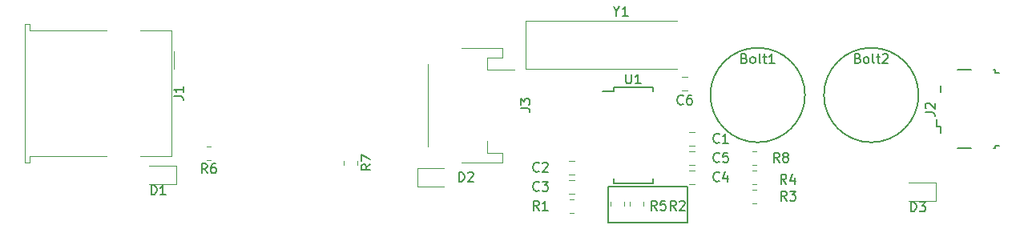
<source format=gbr>
%TF.GenerationSoftware,KiCad,Pcbnew,(6.0.7)*%
%TF.CreationDate,2022-09-11T17:15:05+08:00*%
%TF.ProjectId,Usb_ext,5573625f-6578-4742-9e6b-696361645f70,1.0*%
%TF.SameCoordinates,Original*%
%TF.FileFunction,Legend,Top*%
%TF.FilePolarity,Positive*%
%FSLAX46Y46*%
G04 Gerber Fmt 4.6, Leading zero omitted, Abs format (unit mm)*
G04 Created by KiCad (PCBNEW (6.0.7)) date 2022-09-11 17:15:05*
%MOMM*%
%LPD*%
G01*
G04 APERTURE LIST*
%ADD10C,0.150000*%
%ADD11C,0.200000*%
%ADD12C,0.120000*%
G04 APERTURE END LIST*
D10*
X97663000Y-60706000D02*
X106045000Y-60706000D01*
X106045000Y-60706000D02*
X106045000Y-64516000D01*
X106045000Y-64516000D02*
X97663000Y-64516000D01*
X97663000Y-64516000D02*
X97663000Y-60706000D01*
D11*
X130500000Y-51000000D02*
G75*
G03*
X130500000Y-51000000I-5000000J0D01*
G01*
X118500000Y-51000000D02*
G75*
G03*
X118500000Y-51000000I-5000000J0D01*
G01*
D10*
%TO.C,D3*%
X129690904Y-63316380D02*
X129690904Y-62316380D01*
X129929000Y-62316380D01*
X130071857Y-62364000D01*
X130167095Y-62459238D01*
X130214714Y-62554476D01*
X130262333Y-62744952D01*
X130262333Y-62887809D01*
X130214714Y-63078285D01*
X130167095Y-63173523D01*
X130071857Y-63268761D01*
X129929000Y-63316380D01*
X129690904Y-63316380D01*
X130595666Y-62316380D02*
X131214714Y-62316380D01*
X130881380Y-62697333D01*
X131024238Y-62697333D01*
X131119476Y-62744952D01*
X131167095Y-62792571D01*
X131214714Y-62887809D01*
X131214714Y-63125904D01*
X131167095Y-63221142D01*
X131119476Y-63268761D01*
X131024238Y-63316380D01*
X130738523Y-63316380D01*
X130643285Y-63268761D01*
X130595666Y-63221142D01*
%TO.C,C5*%
X109434333Y-58015142D02*
X109386714Y-58062761D01*
X109243857Y-58110380D01*
X109148619Y-58110380D01*
X109005761Y-58062761D01*
X108910523Y-57967523D01*
X108862904Y-57872285D01*
X108815285Y-57681809D01*
X108815285Y-57538952D01*
X108862904Y-57348476D01*
X108910523Y-57253238D01*
X109005761Y-57158000D01*
X109148619Y-57110380D01*
X109243857Y-57110380D01*
X109386714Y-57158000D01*
X109434333Y-57205619D01*
X110339095Y-57110380D02*
X109862904Y-57110380D01*
X109815285Y-57586571D01*
X109862904Y-57538952D01*
X109958142Y-57491333D01*
X110196238Y-57491333D01*
X110291476Y-57538952D01*
X110339095Y-57586571D01*
X110386714Y-57681809D01*
X110386714Y-57919904D01*
X110339095Y-58015142D01*
X110291476Y-58062761D01*
X110196238Y-58110380D01*
X109958142Y-58110380D01*
X109862904Y-58062761D01*
X109815285Y-58015142D01*
%TO.C,R4*%
X116530333Y-60396380D02*
X116197000Y-59920190D01*
X115958904Y-60396380D02*
X115958904Y-59396380D01*
X116339857Y-59396380D01*
X116435095Y-59444000D01*
X116482714Y-59491619D01*
X116530333Y-59586857D01*
X116530333Y-59729714D01*
X116482714Y-59824952D01*
X116435095Y-59872571D01*
X116339857Y-59920190D01*
X115958904Y-59920190D01*
X117387476Y-59729714D02*
X117387476Y-60396380D01*
X117149380Y-59348761D02*
X116911285Y-60063047D01*
X117530333Y-60063047D01*
%TO.C,D1*%
X49426904Y-61538380D02*
X49426904Y-60538380D01*
X49665000Y-60538380D01*
X49807857Y-60586000D01*
X49903095Y-60681238D01*
X49950714Y-60776476D01*
X49998333Y-60966952D01*
X49998333Y-61109809D01*
X49950714Y-61300285D01*
X49903095Y-61395523D01*
X49807857Y-61490761D01*
X49665000Y-61538380D01*
X49426904Y-61538380D01*
X50950714Y-61538380D02*
X50379285Y-61538380D01*
X50665000Y-61538380D02*
X50665000Y-60538380D01*
X50569761Y-60681238D01*
X50474523Y-60776476D01*
X50379285Y-60824095D01*
%TO.C,R3*%
X116546333Y-62174380D02*
X116213000Y-61698190D01*
X115974904Y-62174380D02*
X115974904Y-61174380D01*
X116355857Y-61174380D01*
X116451095Y-61222000D01*
X116498714Y-61269619D01*
X116546333Y-61364857D01*
X116546333Y-61507714D01*
X116498714Y-61602952D01*
X116451095Y-61650571D01*
X116355857Y-61698190D01*
X115974904Y-61698190D01*
X116879666Y-61174380D02*
X117498714Y-61174380D01*
X117165380Y-61555333D01*
X117308238Y-61555333D01*
X117403476Y-61602952D01*
X117451095Y-61650571D01*
X117498714Y-61745809D01*
X117498714Y-61983904D01*
X117451095Y-62079142D01*
X117403476Y-62126761D01*
X117308238Y-62174380D01*
X117022523Y-62174380D01*
X116927285Y-62126761D01*
X116879666Y-62079142D01*
%TO.C,R5*%
X102830333Y-63190380D02*
X102497000Y-62714190D01*
X102258904Y-63190380D02*
X102258904Y-62190380D01*
X102639857Y-62190380D01*
X102735095Y-62238000D01*
X102782714Y-62285619D01*
X102830333Y-62380857D01*
X102830333Y-62523714D01*
X102782714Y-62618952D01*
X102735095Y-62666571D01*
X102639857Y-62714190D01*
X102258904Y-62714190D01*
X103735095Y-62190380D02*
X103258904Y-62190380D01*
X103211285Y-62666571D01*
X103258904Y-62618952D01*
X103354142Y-62571333D01*
X103592238Y-62571333D01*
X103687476Y-62618952D01*
X103735095Y-62666571D01*
X103782714Y-62761809D01*
X103782714Y-62999904D01*
X103735095Y-63095142D01*
X103687476Y-63142761D01*
X103592238Y-63190380D01*
X103354142Y-63190380D01*
X103258904Y-63142761D01*
X103211285Y-63095142D01*
%TO.C,R8*%
X115784333Y-58110380D02*
X115451000Y-57634190D01*
X115212904Y-58110380D02*
X115212904Y-57110380D01*
X115593857Y-57110380D01*
X115689095Y-57158000D01*
X115736714Y-57205619D01*
X115784333Y-57300857D01*
X115784333Y-57443714D01*
X115736714Y-57538952D01*
X115689095Y-57586571D01*
X115593857Y-57634190D01*
X115212904Y-57634190D01*
X116355761Y-57538952D02*
X116260523Y-57491333D01*
X116212904Y-57443714D01*
X116165285Y-57348476D01*
X116165285Y-57300857D01*
X116212904Y-57205619D01*
X116260523Y-57158000D01*
X116355761Y-57110380D01*
X116546238Y-57110380D01*
X116641476Y-57158000D01*
X116689095Y-57205619D01*
X116736714Y-57300857D01*
X116736714Y-57348476D01*
X116689095Y-57443714D01*
X116641476Y-57491333D01*
X116546238Y-57538952D01*
X116355761Y-57538952D01*
X116260523Y-57586571D01*
X116212904Y-57634190D01*
X116165285Y-57729428D01*
X116165285Y-57919904D01*
X116212904Y-58015142D01*
X116260523Y-58062761D01*
X116355761Y-58110380D01*
X116546238Y-58110380D01*
X116641476Y-58062761D01*
X116689095Y-58015142D01*
X116736714Y-57919904D01*
X116736714Y-57729428D01*
X116689095Y-57634190D01*
X116641476Y-57586571D01*
X116546238Y-57538952D01*
%TO.C,C3*%
X90384333Y-61063142D02*
X90336714Y-61110761D01*
X90193857Y-61158380D01*
X90098619Y-61158380D01*
X89955761Y-61110761D01*
X89860523Y-61015523D01*
X89812904Y-60920285D01*
X89765285Y-60729809D01*
X89765285Y-60586952D01*
X89812904Y-60396476D01*
X89860523Y-60301238D01*
X89955761Y-60206000D01*
X90098619Y-60158380D01*
X90193857Y-60158380D01*
X90336714Y-60206000D01*
X90384333Y-60253619D01*
X90717666Y-60158380D02*
X91336714Y-60158380D01*
X91003380Y-60539333D01*
X91146238Y-60539333D01*
X91241476Y-60586952D01*
X91289095Y-60634571D01*
X91336714Y-60729809D01*
X91336714Y-60967904D01*
X91289095Y-61063142D01*
X91241476Y-61110761D01*
X91146238Y-61158380D01*
X90860523Y-61158380D01*
X90765285Y-61110761D01*
X90717666Y-61063142D01*
%TO.C,J1*%
X51817380Y-51133333D02*
X52531666Y-51133333D01*
X52674523Y-51180952D01*
X52769761Y-51276190D01*
X52817380Y-51419047D01*
X52817380Y-51514285D01*
X52817380Y-50133333D02*
X52817380Y-50704761D01*
X52817380Y-50419047D02*
X51817380Y-50419047D01*
X51960238Y-50514285D01*
X52055476Y-50609523D01*
X52103095Y-50704761D01*
%TO.C,C1*%
X109434333Y-55983142D02*
X109386714Y-56030761D01*
X109243857Y-56078380D01*
X109148619Y-56078380D01*
X109005761Y-56030761D01*
X108910523Y-55935523D01*
X108862904Y-55840285D01*
X108815285Y-55649809D01*
X108815285Y-55506952D01*
X108862904Y-55316476D01*
X108910523Y-55221238D01*
X109005761Y-55126000D01*
X109148619Y-55078380D01*
X109243857Y-55078380D01*
X109386714Y-55126000D01*
X109434333Y-55173619D01*
X110386714Y-56078380D02*
X109815285Y-56078380D01*
X110101000Y-56078380D02*
X110101000Y-55078380D01*
X110005761Y-55221238D01*
X109910523Y-55316476D01*
X109815285Y-55364095D01*
%TO.C,C6*%
X105624333Y-51919142D02*
X105576714Y-51966761D01*
X105433857Y-52014380D01*
X105338619Y-52014380D01*
X105195761Y-51966761D01*
X105100523Y-51871523D01*
X105052904Y-51776285D01*
X105005285Y-51585809D01*
X105005285Y-51442952D01*
X105052904Y-51252476D01*
X105100523Y-51157238D01*
X105195761Y-51062000D01*
X105338619Y-51014380D01*
X105433857Y-51014380D01*
X105576714Y-51062000D01*
X105624333Y-51109619D01*
X106481476Y-51014380D02*
X106291000Y-51014380D01*
X106195761Y-51062000D01*
X106148142Y-51109619D01*
X106052904Y-51252476D01*
X106005285Y-51442952D01*
X106005285Y-51823904D01*
X106052904Y-51919142D01*
X106100523Y-51966761D01*
X106195761Y-52014380D01*
X106386238Y-52014380D01*
X106481476Y-51966761D01*
X106529095Y-51919142D01*
X106576714Y-51823904D01*
X106576714Y-51585809D01*
X106529095Y-51490571D01*
X106481476Y-51442952D01*
X106386238Y-51395333D01*
X106195761Y-51395333D01*
X106100523Y-51442952D01*
X106052904Y-51490571D01*
X106005285Y-51585809D01*
%TO.C,R1*%
X90384333Y-63190380D02*
X90051000Y-62714190D01*
X89812904Y-63190380D02*
X89812904Y-62190380D01*
X90193857Y-62190380D01*
X90289095Y-62238000D01*
X90336714Y-62285619D01*
X90384333Y-62380857D01*
X90384333Y-62523714D01*
X90336714Y-62618952D01*
X90289095Y-62666571D01*
X90193857Y-62714190D01*
X89812904Y-62714190D01*
X91336714Y-63190380D02*
X90765285Y-63190380D01*
X91051000Y-63190380D02*
X91051000Y-62190380D01*
X90955761Y-62333238D01*
X90860523Y-62428476D01*
X90765285Y-62476095D01*
%TO.C,Bolt2*%
X124095238Y-47118571D02*
X124238095Y-47166190D01*
X124285714Y-47213809D01*
X124333333Y-47309047D01*
X124333333Y-47451904D01*
X124285714Y-47547142D01*
X124238095Y-47594761D01*
X124142857Y-47642380D01*
X123761904Y-47642380D01*
X123761904Y-46642380D01*
X124095238Y-46642380D01*
X124190476Y-46690000D01*
X124238095Y-46737619D01*
X124285714Y-46832857D01*
X124285714Y-46928095D01*
X124238095Y-47023333D01*
X124190476Y-47070952D01*
X124095238Y-47118571D01*
X123761904Y-47118571D01*
X124904761Y-47642380D02*
X124809523Y-47594761D01*
X124761904Y-47547142D01*
X124714285Y-47451904D01*
X124714285Y-47166190D01*
X124761904Y-47070952D01*
X124809523Y-47023333D01*
X124904761Y-46975714D01*
X125047619Y-46975714D01*
X125142857Y-47023333D01*
X125190476Y-47070952D01*
X125238095Y-47166190D01*
X125238095Y-47451904D01*
X125190476Y-47547142D01*
X125142857Y-47594761D01*
X125047619Y-47642380D01*
X124904761Y-47642380D01*
X125809523Y-47642380D02*
X125714285Y-47594761D01*
X125666666Y-47499523D01*
X125666666Y-46642380D01*
X126047619Y-46975714D02*
X126428571Y-46975714D01*
X126190476Y-46642380D02*
X126190476Y-47499523D01*
X126238095Y-47594761D01*
X126333333Y-47642380D01*
X126428571Y-47642380D01*
X126714285Y-46737619D02*
X126761904Y-46690000D01*
X126857142Y-46642380D01*
X127095238Y-46642380D01*
X127190476Y-46690000D01*
X127238095Y-46737619D01*
X127285714Y-46832857D01*
X127285714Y-46928095D01*
X127238095Y-47070952D01*
X126666666Y-47642380D01*
X127285714Y-47642380D01*
%TO.C,C4*%
X109434333Y-60047142D02*
X109386714Y-60094761D01*
X109243857Y-60142380D01*
X109148619Y-60142380D01*
X109005761Y-60094761D01*
X108910523Y-59999523D01*
X108862904Y-59904285D01*
X108815285Y-59713809D01*
X108815285Y-59570952D01*
X108862904Y-59380476D01*
X108910523Y-59285238D01*
X109005761Y-59190000D01*
X109148619Y-59142380D01*
X109243857Y-59142380D01*
X109386714Y-59190000D01*
X109434333Y-59237619D01*
X110291476Y-59475714D02*
X110291476Y-60142380D01*
X110053380Y-59094761D02*
X109815285Y-59809047D01*
X110434333Y-59809047D01*
%TO.C,R2*%
X104862333Y-63190380D02*
X104529000Y-62714190D01*
X104290904Y-63190380D02*
X104290904Y-62190380D01*
X104671857Y-62190380D01*
X104767095Y-62238000D01*
X104814714Y-62285619D01*
X104862333Y-62380857D01*
X104862333Y-62523714D01*
X104814714Y-62618952D01*
X104767095Y-62666571D01*
X104671857Y-62714190D01*
X104290904Y-62714190D01*
X105243285Y-62285619D02*
X105290904Y-62238000D01*
X105386142Y-62190380D01*
X105624238Y-62190380D01*
X105719476Y-62238000D01*
X105767095Y-62285619D01*
X105814714Y-62380857D01*
X105814714Y-62476095D01*
X105767095Y-62618952D01*
X105195666Y-63190380D01*
X105814714Y-63190380D01*
%TO.C,Y1*%
X98583809Y-42146190D02*
X98583809Y-42622380D01*
X98250476Y-41622380D02*
X98583809Y-42146190D01*
X98917142Y-41622380D01*
X99774285Y-42622380D02*
X99202857Y-42622380D01*
X99488571Y-42622380D02*
X99488571Y-41622380D01*
X99393333Y-41765238D01*
X99298095Y-41860476D01*
X99202857Y-41908095D01*
%TO.C,D2*%
X81938904Y-60142380D02*
X81938904Y-59142380D01*
X82177000Y-59142380D01*
X82319857Y-59190000D01*
X82415095Y-59285238D01*
X82462714Y-59380476D01*
X82510333Y-59570952D01*
X82510333Y-59713809D01*
X82462714Y-59904285D01*
X82415095Y-59999523D01*
X82319857Y-60094761D01*
X82177000Y-60142380D01*
X81938904Y-60142380D01*
X82891285Y-59237619D02*
X82938904Y-59190000D01*
X83034142Y-59142380D01*
X83272238Y-59142380D01*
X83367476Y-59190000D01*
X83415095Y-59237619D01*
X83462714Y-59332857D01*
X83462714Y-59428095D01*
X83415095Y-59570952D01*
X82843666Y-60142380D01*
X83462714Y-60142380D01*
%TO.C,R7*%
X72587380Y-58332666D02*
X72111190Y-58666000D01*
X72587380Y-58904095D02*
X71587380Y-58904095D01*
X71587380Y-58523142D01*
X71635000Y-58427904D01*
X71682619Y-58380285D01*
X71777857Y-58332666D01*
X71920714Y-58332666D01*
X72015952Y-58380285D01*
X72063571Y-58427904D01*
X72111190Y-58523142D01*
X72111190Y-58904095D01*
X71587380Y-57999333D02*
X71587380Y-57332666D01*
X72587380Y-57761238D01*
%TO.C,U1*%
X99568095Y-48797380D02*
X99568095Y-49606904D01*
X99615714Y-49702142D01*
X99663333Y-49749761D01*
X99758571Y-49797380D01*
X99949047Y-49797380D01*
X100044285Y-49749761D01*
X100091904Y-49702142D01*
X100139523Y-49606904D01*
X100139523Y-48797380D01*
X101139523Y-49797380D02*
X100568095Y-49797380D01*
X100853809Y-49797380D02*
X100853809Y-48797380D01*
X100758571Y-48940238D01*
X100663333Y-49035476D01*
X100568095Y-49083095D01*
%TO.C,J2*%
X131214380Y-52833333D02*
X131928666Y-52833333D01*
X132071523Y-52880952D01*
X132166761Y-52976190D01*
X132214380Y-53119047D01*
X132214380Y-53214285D01*
X131309619Y-52404761D02*
X131262000Y-52357142D01*
X131214380Y-52261904D01*
X131214380Y-52023809D01*
X131262000Y-51928571D01*
X131309619Y-51880952D01*
X131404857Y-51833333D01*
X131500095Y-51833333D01*
X131642952Y-51880952D01*
X132214380Y-52452380D01*
X132214380Y-51833333D01*
%TO.C,Bolt1*%
X112095238Y-47118571D02*
X112238095Y-47166190D01*
X112285714Y-47213809D01*
X112333333Y-47309047D01*
X112333333Y-47451904D01*
X112285714Y-47547142D01*
X112238095Y-47594761D01*
X112142857Y-47642380D01*
X111761904Y-47642380D01*
X111761904Y-46642380D01*
X112095238Y-46642380D01*
X112190476Y-46690000D01*
X112238095Y-46737619D01*
X112285714Y-46832857D01*
X112285714Y-46928095D01*
X112238095Y-47023333D01*
X112190476Y-47070952D01*
X112095238Y-47118571D01*
X111761904Y-47118571D01*
X112904761Y-47642380D02*
X112809523Y-47594761D01*
X112761904Y-47547142D01*
X112714285Y-47451904D01*
X112714285Y-47166190D01*
X112761904Y-47070952D01*
X112809523Y-47023333D01*
X112904761Y-46975714D01*
X113047619Y-46975714D01*
X113142857Y-47023333D01*
X113190476Y-47070952D01*
X113238095Y-47166190D01*
X113238095Y-47451904D01*
X113190476Y-47547142D01*
X113142857Y-47594761D01*
X113047619Y-47642380D01*
X112904761Y-47642380D01*
X113809523Y-47642380D02*
X113714285Y-47594761D01*
X113666666Y-47499523D01*
X113666666Y-46642380D01*
X114047619Y-46975714D02*
X114428571Y-46975714D01*
X114190476Y-46642380D02*
X114190476Y-47499523D01*
X114238095Y-47594761D01*
X114333333Y-47642380D01*
X114428571Y-47642380D01*
X115285714Y-47642380D02*
X114714285Y-47642380D01*
X115000000Y-47642380D02*
X115000000Y-46642380D01*
X114904761Y-46785238D01*
X114809523Y-46880476D01*
X114714285Y-46928095D01*
%TO.C,R6*%
X55332333Y-59252380D02*
X54999000Y-58776190D01*
X54760904Y-59252380D02*
X54760904Y-58252380D01*
X55141857Y-58252380D01*
X55237095Y-58300000D01*
X55284714Y-58347619D01*
X55332333Y-58442857D01*
X55332333Y-58585714D01*
X55284714Y-58680952D01*
X55237095Y-58728571D01*
X55141857Y-58776190D01*
X54760904Y-58776190D01*
X56189476Y-58252380D02*
X55999000Y-58252380D01*
X55903761Y-58300000D01*
X55856142Y-58347619D01*
X55760904Y-58490476D01*
X55713285Y-58680952D01*
X55713285Y-59061904D01*
X55760904Y-59157142D01*
X55808523Y-59204761D01*
X55903761Y-59252380D01*
X56094238Y-59252380D01*
X56189476Y-59204761D01*
X56237095Y-59157142D01*
X56284714Y-59061904D01*
X56284714Y-58823809D01*
X56237095Y-58728571D01*
X56189476Y-58680952D01*
X56094238Y-58633333D01*
X55903761Y-58633333D01*
X55808523Y-58680952D01*
X55760904Y-58728571D01*
X55713285Y-58823809D01*
%TO.C,C2*%
X90384333Y-59031142D02*
X90336714Y-59078761D01*
X90193857Y-59126380D01*
X90098619Y-59126380D01*
X89955761Y-59078761D01*
X89860523Y-58983523D01*
X89812904Y-58888285D01*
X89765285Y-58697809D01*
X89765285Y-58554952D01*
X89812904Y-58364476D01*
X89860523Y-58269238D01*
X89955761Y-58174000D01*
X90098619Y-58126380D01*
X90193857Y-58126380D01*
X90336714Y-58174000D01*
X90384333Y-58221619D01*
X90765285Y-58221619D02*
X90812904Y-58174000D01*
X90908142Y-58126380D01*
X91146238Y-58126380D01*
X91241476Y-58174000D01*
X91289095Y-58221619D01*
X91336714Y-58316857D01*
X91336714Y-58412095D01*
X91289095Y-58554952D01*
X90717666Y-59126380D01*
X91336714Y-59126380D01*
%TO.C,J3*%
X88437380Y-52403333D02*
X89151666Y-52403333D01*
X89294523Y-52450952D01*
X89389761Y-52546190D01*
X89437380Y-52689047D01*
X89437380Y-52784285D01*
X88437380Y-52022380D02*
X88437380Y-51403333D01*
X88818333Y-51736666D01*
X88818333Y-51593809D01*
X88865952Y-51498571D01*
X88913571Y-51450952D01*
X89008809Y-51403333D01*
X89246904Y-51403333D01*
X89342142Y-51450952D01*
X89389761Y-51498571D01*
X89437380Y-51593809D01*
X89437380Y-51879523D01*
X89389761Y-51974761D01*
X89342142Y-52022380D01*
D12*
%TO.C,D3*%
X129429000Y-62174000D02*
X132289000Y-62174000D01*
X132289000Y-62174000D02*
X132289000Y-60254000D01*
X132289000Y-60254000D02*
X129429000Y-60254000D01*
%TO.C,C5*%
X106814252Y-58393000D02*
X106291748Y-58393000D01*
X106814252Y-56923000D02*
X106291748Y-56923000D01*
%TO.C,R4*%
X113384064Y-60425000D02*
X112929936Y-60425000D01*
X113384064Y-58955000D02*
X112929936Y-58955000D01*
%TO.C,D1*%
X52025000Y-58476000D02*
X49165000Y-58476000D01*
X52025000Y-60396000D02*
X52025000Y-58476000D01*
X49165000Y-60396000D02*
X52025000Y-60396000D01*
%TO.C,R3*%
X112929936Y-62457000D02*
X113384064Y-62457000D01*
X112929936Y-60987000D02*
X113384064Y-60987000D01*
%TO.C,R5*%
X99414000Y-62711064D02*
X99414000Y-62256936D01*
X97944000Y-62711064D02*
X97944000Y-62256936D01*
%TO.C,R8*%
X112929936Y-56923000D02*
X113384064Y-56923000D01*
X112929936Y-58393000D02*
X113384064Y-58393000D01*
%TO.C,C3*%
X93591748Y-61441000D02*
X94114252Y-61441000D01*
X93591748Y-59971000D02*
X94114252Y-59971000D01*
%TO.C,J1*%
X51555000Y-44140000D02*
X51555000Y-57460000D01*
X44705000Y-57460000D02*
X36595000Y-57460000D01*
X51555000Y-44140000D02*
X48225000Y-44140000D01*
X51775000Y-46400000D02*
X51775000Y-48200000D01*
X36075000Y-43490000D02*
X36075000Y-58110000D01*
X36595000Y-58110000D02*
X36595000Y-57460000D01*
X36595000Y-44140000D02*
X36595000Y-43490000D01*
X36595000Y-43490000D02*
X36075000Y-43490000D01*
X51555000Y-57460000D02*
X48225000Y-57460000D01*
X36075000Y-58110000D02*
X36595000Y-58110000D01*
X36595000Y-44140000D02*
X44705000Y-44140000D01*
%TO.C,C1*%
X106814252Y-56361000D02*
X106291748Y-56361000D01*
X106814252Y-54891000D02*
X106291748Y-54891000D01*
%TO.C,C6*%
X105529748Y-50519000D02*
X106052252Y-50519000D01*
X105529748Y-49049000D02*
X106052252Y-49049000D01*
%TO.C,R1*%
X94080064Y-63473000D02*
X93625936Y-63473000D01*
X94080064Y-62003000D02*
X93625936Y-62003000D01*
%TO.C,C4*%
X106291748Y-60425000D02*
X106814252Y-60425000D01*
X106291748Y-58955000D02*
X106814252Y-58955000D01*
%TO.C,R2*%
X101446000Y-62711064D02*
X101446000Y-62256936D01*
X99976000Y-62711064D02*
X99976000Y-62256936D01*
%TO.C,Y1*%
X104960000Y-43170000D02*
X88985000Y-43170000D01*
X88985000Y-48270000D02*
X104960000Y-48270000D01*
X88985000Y-43170000D02*
X88985000Y-48270000D01*
%TO.C,D2*%
X77515000Y-58730000D02*
X77515000Y-60650000D01*
X77515000Y-60650000D02*
X80375000Y-60650000D01*
X80375000Y-58730000D02*
X77515000Y-58730000D01*
%TO.C,R7*%
X69750000Y-57938936D02*
X69750000Y-58393064D01*
X71220000Y-57938936D02*
X71220000Y-58393064D01*
D10*
%TO.C,U1*%
X98255000Y-50165000D02*
X98255000Y-50645000D01*
X98255000Y-50165000D02*
X102405000Y-50165000D01*
X98255000Y-50645000D02*
X97130000Y-50645000D01*
X102405000Y-50165000D02*
X102405000Y-50645000D01*
X102405000Y-60325000D02*
X102405000Y-59845000D01*
X98255000Y-60325000D02*
X98255000Y-59845000D01*
X98255000Y-60325000D02*
X102405000Y-60325000D01*
%TO.C,J2*%
X132862000Y-50700000D02*
X132862000Y-49975000D01*
X134612000Y-56650000D02*
X136012000Y-56650000D01*
X132437000Y-54300000D02*
X132862000Y-54300000D01*
X138562000Y-48350000D02*
X138412000Y-48350000D01*
X132437000Y-53575000D02*
X132437000Y-54300000D01*
X138412000Y-56650000D02*
X138562000Y-56650000D01*
X132862000Y-54300000D02*
X132862000Y-55025000D01*
X138562000Y-48650000D02*
X138562000Y-48350000D01*
X136012000Y-48350000D02*
X134612000Y-48350000D01*
X138562000Y-56350000D02*
X139012000Y-56350000D01*
X138562000Y-56650000D02*
X138562000Y-56350000D01*
X139012000Y-48650000D02*
X138562000Y-48650000D01*
D12*
%TO.C,R6*%
X55726064Y-56415000D02*
X55271936Y-56415000D01*
X55726064Y-57885000D02*
X55271936Y-57885000D01*
%TO.C,C2*%
X93591748Y-57939000D02*
X94114252Y-57939000D01*
X93591748Y-59409000D02*
X94114252Y-59409000D01*
%TO.C,J3*%
X86495000Y-57110000D02*
X84895000Y-57110000D01*
X86495000Y-46010000D02*
X86495000Y-47030000D01*
X78675000Y-47730000D02*
X78675000Y-56410000D01*
X84895000Y-48310000D02*
X87785000Y-48310000D01*
X84895000Y-47030000D02*
X84895000Y-48310000D01*
X82245000Y-46010000D02*
X86495000Y-46010000D01*
X82245000Y-58130000D02*
X86495000Y-58130000D01*
X86495000Y-58130000D02*
X86495000Y-57110000D01*
X84895000Y-57110000D02*
X84895000Y-55830000D01*
X86495000Y-47030000D02*
X84895000Y-47030000D01*
%TD*%
M02*

</source>
